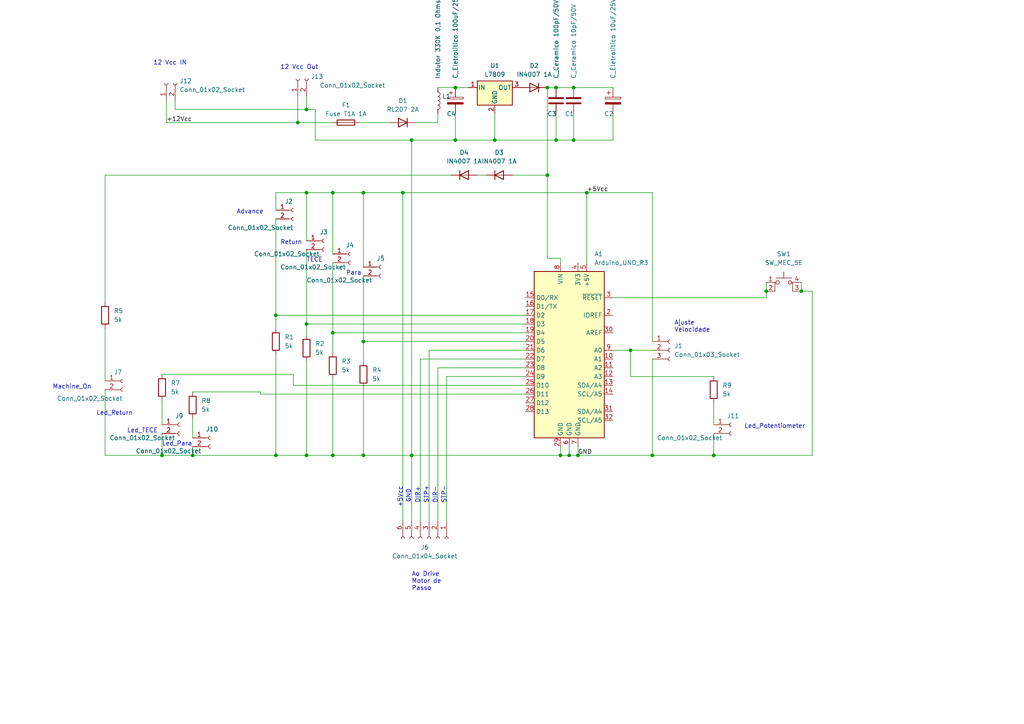
<source format=kicad_sch>
(kicad_sch (version 20230121) (generator eeschema)
  (paper "A4")
  (lib_symbols
    (symbol "Connector:Conn_01x02_Socket" (pin_names (offset 1.016) hide)
      (property "Reference" "J" (at 0 2.54 0))
      (property "Value" "Conn_01x02_Socket" (at 0 -5.08 0))
      (symbol "Conn_01x02_Socket_1_1"
        (arc (start 0 -2.032) (mid -0.5058 -2.54) (end 0 -3.048) (stroke (width 0.1524)))
        (polyline (pts (xy -1.27 -2.54) (xy -0.508 -2.54)) (stroke (width 0.1524)))
        (polyline (pts (xy -1.27 0) (xy -0.508 0)) (stroke (width 0.1524)))
        (arc (start 0 0.508) (mid -0.5058 0) (end 0 -0.508) (stroke (width 0.1524)))
        (pin passive line (at -5.08 0 0) (length 3.81) (name "Pin_1") (number "1"))
        (pin passive line (at -5.08 -2.54 0) (length 3.81) (name "Pin_2") (number "2"))
      )
    )
    (symbol "Connector:Conn_01x03_Socket" (pin_names (offset 1.016) hide)
      (property "Reference" "J" (at 0 5.08 0))
      (property "Value" "Conn_01x03_Socket" (at 0 -5.08 0))
      (symbol "Conn_01x03_Socket_1_1"
        (arc (start 0 -2.032) (mid -0.5058 -2.54) (end 0 -3.048) (stroke (width 0.1524)))
        (polyline (pts (xy -1.27 -2.54) (xy -0.508 -2.54)) (stroke (width 0.1524)))
        (polyline (pts (xy -1.27 0) (xy -0.508 0)) (stroke (width 0.1524)))
        (polyline (pts (xy -1.27 2.54) (xy -0.508 2.54)) (stroke (width 0.1524)))
        (arc (start 0 0.508) (mid -0.5058 0) (end 0 -0.508) (stroke (width 0.1524)))
        (arc (start 0 3.048) (mid -0.5058 2.54) (end 0 2.032) (stroke (width 0.1524)))
        (pin passive line (at -5.08 2.54 0) (length 3.81) (name "Pin_1") (number "1"))
        (pin passive line (at -5.08 0 0) (length 3.81) (name "Pin_2") (number "2"))
        (pin passive line (at -5.08 -2.54 0) (length 3.81) (name "Pin_3") (number "3"))
      )
    )
    (symbol "Connector:Conn_01x06_Socket" (pin_names (offset 1.016) hide)
      (property "Reference" "J" (at 0 7.62 0))
      (property "Value" "Conn_01x06_Socket" (at 0 -10.16 0))
      (symbol "Conn_01x06_Socket_1_1"
        (arc (start 0 -7.112) (mid -0.5058 -7.62) (end 0 -8.128) (stroke (width 0.1524)))
        (arc (start 0 -4.572) (mid -0.5058 -5.08) (end 0 -5.588) (stroke (width 0.1524)))
        (arc (start 0 -2.032) (mid -0.5058 -2.54) (end 0 -3.048) (stroke (width 0.1524)))
        (polyline (pts (xy -1.27 -7.62) (xy -0.508 -7.62)) (stroke (width 0.1524)))
        (polyline (pts (xy -1.27 -5.08) (xy -0.508 -5.08)) (stroke (width 0.1524)))
        (polyline (pts (xy -1.27 -2.54) (xy -0.508 -2.54)) (stroke (width 0.1524)))
        (polyline (pts (xy -1.27 0) (xy -0.508 0)) (stroke (width 0.1524)))
        (polyline (pts (xy -1.27 2.54) (xy -0.508 2.54)) (stroke (width 0.1524)))
        (polyline (pts (xy -1.27 5.08) (xy -0.508 5.08)) (stroke (width 0.1524)))
        (arc (start 0 0.508) (mid -0.5058 0) (end 0 -0.508) (stroke (width 0.1524)))
        (arc (start 0 3.048) (mid -0.5058 2.54) (end 0 2.032) (stroke (width 0.1524)))
        (arc (start 0 5.588) (mid -0.5058 5.08) (end 0 4.572) (stroke (width 0.1524)))
        (pin passive line (at -5.08 5.08 0) (length 3.81) (name "Pin_1") (number "1"))
        (pin passive line (at -5.08 2.54 0) (length 3.81) (name "Pin_2") (number "2"))
        (pin passive line (at -5.08 0 0) (length 3.81) (name "Pin_3") (number "3"))
        (pin passive line (at -5.08 -2.54 0) (length 3.81) (name "Pin_4") (number "4"))
        (pin passive line (at -5.08 -5.08 0) (length 3.81) (name "Pin_5") (number "5"))
        (pin passive line (at -5.08 -7.62 0) (length 3.81) (name "Pin_6") (number "6"))
      )
    )
    (symbol "Device:C" (pin_numbers hide) (pin_names (offset 0.254))
      (property "Reference" "C" (at 0.635 2.54 0))
      (property "Value" "C" (at 0.635 -2.54 0))
      (symbol "C_0_1"
        (polyline (pts (xy -2.032 -0.762) (xy 2.032 -0.762)) (stroke (width 0.508)))
        (polyline (pts (xy -2.032 0.762) (xy 2.032 0.762)) (stroke (width 0.508)))
      )
      (symbol "C_1_1"
        (pin passive line (at 0 3.81 270) (length 2.794) (name "~") (number "1"))
        (pin passive line (at 0 -3.81 90) (length 2.794) (name "~") (number "2"))
      )
    )
    (symbol "Device:C_Polarized" (pin_numbers hide) (pin_names (offset 0.254))
      (property "Reference" "C" (at 0.635 2.54 0))
      (property "Value" "C_Polarized" (at 0.635 -2.54 0))
      (symbol "C_Polarized_0_1"
        (rectangle (start -2.286 0.508) (end 2.286 1.016))
        (polyline (pts (xy -1.778 2.286) (xy -0.762 2.286)))
        (polyline (pts (xy -1.27 2.794) (xy -1.27 1.778)))
        (rectangle (start 2.286 -0.508) (end -2.286 -1.016) (fill (type outline)))
      )
      (symbol "C_Polarized_1_1"
        (pin passive line (at 0 3.81 270) (length 2.794) (name "~") (number "1"))
        (pin passive line (at 0 -3.81 90) (length 2.794) (name "~") (number "2"))
      )
    )
    (symbol "Device:D" (pin_numbers hide) (pin_names (offset 1.016) hide)
      (property "Reference" "D" (at 0 2.54 0))
      (property "Value" "D" (at 0 -2.54 0))
      (symbol "D_0_1"
        (polyline (pts (xy -1.27 1.27) (xy -1.27 -1.27)) (stroke (width 0.254)))
        (polyline (pts (xy 1.27 0) (xy -1.27 0)))
        (polyline (pts (xy 1.27 1.27) (xy 1.27 -1.27) (xy -1.27 0) (xy 1.27 1.27)) (stroke (width 0.254)))
      )
      (symbol "D_1_1"
        (pin passive line (at -3.81 0 0) (length 2.54) (name "K") (number "1"))
        (pin passive line (at 3.81 0 180) (length 2.54) (name "A") (number "2"))
      )
    )
    (symbol "Device:Fuse" (pin_numbers hide) (pin_names (offset 0))
      (property "Reference" "F" (at 2.032 0 90))
      (property "Value" "Fuse" (at -1.905 0 90))
      (symbol "Fuse_0_1"
        (rectangle (start -0.762 -2.54) (end 0.762 2.54) (stroke (width 0.254)))
        (polyline (pts (xy 0 2.54) (xy 0 -2.54)))
      )
      (symbol "Fuse_1_1"
        (pin passive line (at 0 3.81 270) (length 1.27) (name "~") (number "1"))
        (pin passive line (at 0 -3.81 90) (length 1.27) (name "~") (number "2"))
      )
    )
    (symbol "Device:L" (pin_numbers hide) (pin_names (offset 1.016) hide)
      (property "Reference" "L" (at -1.27 0 90))
      (property "Value" "L" (at 1.905 0 90))
      (symbol "L_0_1"
        (arc (start 0 -2.54) (mid 0.6323 -1.905) (end 0 -1.27))
        (arc (start 0 -1.27) (mid 0.6323 -0.635) (end 0 0))
        (arc (start 0 0) (mid 0.6323 0.635) (end 0 1.27))
        (arc (start 0 1.27) (mid 0.6323 1.905) (end 0 2.54))
      )
      (symbol "L_1_1"
        (pin passive line (at 0 3.81 270) (length 1.27) (name "1") (number "1"))
        (pin passive line (at 0 -3.81 90) (length 1.27) (name "2") (number "2"))
      )
    )
    (symbol "Device:R" (pin_numbers hide) (pin_names (offset 0))
      (property "Reference" "R" (at 2.032 0 90))
      (property "Value" "R" (at 0 0 90))
      (symbol "R_0_1"
        (rectangle (start -1.016 -2.54) (end 1.016 2.54) (stroke (width 0.254)))
      )
      (symbol "R_1_1"
        (pin passive line (at 0 3.81 270) (length 1.27) (name "~") (number "1"))
        (pin passive line (at 0 -3.81 90) (length 1.27) (name "~") (number "2"))
      )
    )
    (symbol "MCU_Module:Arduino_UNO_R3"
      (property "Reference" "A" (at -10.16 23.495 0))
      (property "Value" "Arduino_UNO_R3" (at 5.08 -26.67 0))
      (symbol "Arduino_UNO_R3_0_1"
        (rectangle (start -10.16 22.86) (end 10.16 -25.4) (stroke (width 0.254)) (fill (type background)))
      )
      (symbol "Arduino_UNO_R3_1_1"
        (pin no_connect line (at -10.16 -20.32 0) (length 2.54) hide (name "NC") (number "1"))
        (pin bidirectional line (at 12.7 -2.54 180) (length 2.54) (name "A1") (number "10"))
        (pin bidirectional line (at 12.7 -5.08 180) (length 2.54) (name "A2") (number "11"))
        (pin bidirectional line (at 12.7 -7.62 180) (length 2.54) (name "A3") (number "12"))
        (pin bidirectional line (at 12.7 -10.16 180) (length 2.54) (name "SDA/A4") (number "13"))
        (pin bidirectional line (at 12.7 -12.7 180) (length 2.54) (name "SCL/A5") (number "14"))
        (pin bidirectional line (at -12.7 15.24 0) (length 2.54) (name "D0/RX") (number "15"))
        (pin bidirectional line (at -12.7 12.7 0) (length 2.54) (name "D1/TX") (number "16"))
        (pin bidirectional line (at -12.7 10.16 0) (length 2.54) (name "D2") (number "17"))
        (pin bidirectional line (at -12.7 7.62 0) (length 2.54) (name "D3") (number "18"))
        (pin bidirectional line (at -12.7 5.08 0) (length 2.54) (name "D4") (number "19"))
        (pin output line (at 12.7 10.16 180) (length 2.54) (name "IOREF") (number "2"))
        (pin bidirectional line (at -12.7 2.54 0) (length 2.54) (name "D5") (number "20"))
        (pin bidirectional line (at -12.7 0 0) (length 2.54) (name "D6") (number "21"))
        (pin bidirectional line (at -12.7 -2.54 0) (length 2.54) (name "D7") (number "22"))
        (pin bidirectional line (at -12.7 -5.08 0) (length 2.54) (name "D8") (number "23"))
        (pin bidirectional line (at -12.7 -7.62 0) (length 2.54) (name "D9") (number "24"))
        (pin bidirectional line (at -12.7 -10.16 0) (length 2.54) (name "D10") (number "25"))
        (pin bidirectional line (at -12.7 -12.7 0) (length 2.54) (name "D11") (number "26"))
        (pin bidirectional line (at -12.7 -15.24 0) (length 2.54) (name "D12") (number "27"))
        (pin bidirectional line (at -12.7 -17.78 0) (length 2.54) (name "D13") (number "28"))
        (pin power_in line (at -2.54 -27.94 90) (length 2.54) (name "GND") (number "29"))
        (pin input line (at 12.7 15.24 180) (length 2.54) (name "~{RESET}") (number "3"))
        (pin input line (at 12.7 5.08 180) (length 2.54) (name "AREF") (number "30"))
        (pin bidirectional line (at 12.7 -17.78 180) (length 2.54) (name "SDA/A4") (number "31"))
        (pin bidirectional line (at 12.7 -20.32 180) (length 2.54) (name "SCL/A5") (number "32"))
        (pin power_out line (at 2.54 25.4 270) (length 2.54) (name "3V3") (number "4"))
        (pin power_out line (at 5.08 25.4 270) (length 2.54) (name "+5V") (number "5"))
        (pin power_in line (at 0 -27.94 90) (length 2.54) (name "GND") (number "6"))
        (pin power_in line (at 2.54 -27.94 90) (length 2.54) (name "GND") (number "7"))
        (pin power_in line (at -2.54 25.4 270) (length 2.54) (name "VIN") (number "8"))
        (pin bidirectional line (at 12.7 0 180) (length 2.54) (name "A0") (number "9"))
      )
    )
    (symbol "Regulator_Linear:L7809" (pin_names (offset 0.254))
      (property "Reference" "U" (at -3.81 3.175 0))
      (property "Value" "L7809" (at 0 3.175 0))
      (symbol "L7809_0_1"
        (rectangle (start -5.08 1.905) (end 5.08 -5.08) (stroke (width 0.254)) (fill (type background)))
      )
      (symbol "L7809_1_1"
        (pin power_in line (at -7.62 0 0) (length 2.54) (name "IN") (number "1"))
        (pin power_in line (at 0 -7.62 90) (length 2.54) (name "GND") (number "2"))
        (pin power_out line (at 7.62 0 180) (length 2.54) (name "OUT") (number "3"))
      )
    )
    (symbol "Switch:SW_MEC_5E" (pin_names (offset 1.016) hide)
      (property "Reference" "SW" (at 0.635 5.715 0))
      (property "Value" "SW_MEC_5E" (at 0 -3.175 0))
      (symbol "SW_MEC_5E_0_1"
        (circle (center -1.778 2.54) (radius 0.508))
        (polyline (pts (xy -2.286 3.81) (xy 2.286 3.81)))
        (polyline (pts (xy 0 3.81) (xy 0 5.588)))
        (polyline (pts (xy -2.54 0) (xy -2.54 2.54) (xy -2.286 2.54)))
        (polyline (pts (xy 2.54 0) (xy 2.54 2.54) (xy 2.286 2.54)))
        (circle (center 1.778 2.54) (radius 0.508))
        (pin passive line (at -5.08 2.54 0) (length 2.54) (name "1") (number "1"))
        (pin passive line (at -5.08 0 0) (length 2.54) (name "2") (number "2"))
        (pin passive line (at 5.08 0 180) (length 2.54) (name "K") (number "3"))
        (pin passive line (at 5.08 2.54 180) (length 2.54) (name "A") (number "4"))
      )
    )
  )
  (junction (at 232.41 84.455))
  (junction (at 86.36 35.56))
  (junction (at 88.9 93.98))
  (junction (at 167.64 132.08))
  (junction (at 55.88 132.08))
  (junction (at 80.01 91.44))
  (junction (at 119.38 40.64))
  (junction (at 132.08 40.64))
  (junction (at 166.37 40.64))
  (junction (at 119.38 132.08))
  (junction (at 207.01 132.08))
  (junction (at 222.25 84.455))
  (junction (at 88.9 55.88))
  (junction (at 162.56 132.08))
  (junction (at 182.88 101.6))
  (junction (at 46.99 132.08))
  (junction (at 105.41 99.06))
  (junction (at 105.41 55.88))
  (junction (at 158.75 25.4))
  (junction (at 116.84 55.88))
  (junction (at 88.9 132.08))
  (junction (at 96.52 96.52))
  (junction (at 105.41 132.08))
  (junction (at 88.9 31.75))
  (junction (at 80.01 132.08))
  (junction (at 96.52 132.08))
  (junction (at 132.08 25.4))
  (junction (at 143.51 40.64))
  (junction (at 161.29 25.4))
  (junction (at 166.37 25.4))
  (junction (at 170.18 55.88))
  (junction (at 158.75 50.8))
  (junction (at 165.1 132.08))
  (junction (at 96.52 55.88))
  (junction (at 189.23 132.08))
  (junction (at 161.29 40.64))
  (wire (pts (xy 50.8 31.75) (xy 88.9 31.75)))
  (wire (pts (xy 88.9 132.08) (xy 80.01 132.08)))
  (wire (pts (xy 166.37 25.4) (xy 177.8 25.4)))
  (wire (pts (xy 105.41 55.88) (xy 105.41 77.47)))
  (wire (pts (xy 207.01 116.84) (xy 207.01 123.19)))
  (wire (pts (xy 189.23 55.88) (xy 170.18 55.88)))
  (wire (pts (xy 55.88 129.54) (xy 55.88 132.08)))
  (wire (pts (xy 158.75 25.4) (xy 161.29 25.4)))
  (wire (pts (xy 129.54 151.13) (xy 129.54 109.22)))
  (wire (pts (xy 88.9 104.775) (xy 88.9 132.08)))
  (wire (pts (xy 182.88 109.22) (xy 182.88 101.6)))
  (wire (pts (xy 80.01 55.88) (xy 80.01 60.96)))
  (wire (pts (xy 116.84 55.88) (xy 116.84 151.13)))
  (wire (pts (xy 105.41 55.88) (xy 116.84 55.88)))
  (wire (pts (xy 91.44 31.75) (xy 88.9 31.75)))
  (wire (pts (xy 189.23 55.88) (xy 189.23 99.06)))
  (wire (pts (xy 96.52 109.855) (xy 96.52 132.08)))
  (wire (pts (xy 96.52 102.235) (xy 96.52 96.52)))
  (wire (pts (xy 91.44 31.75) (xy 91.44 40.64)))
  (wire (pts (xy 232.41 81.915) (xy 232.41 84.455)))
  (wire (pts (xy 127 25.4) (xy 132.08 25.4)))
  (wire (pts (xy 162.56 74.93) (xy 162.56 76.2)))
  (wire (pts (xy 161.29 40.64) (xy 166.37 40.64)))
  (wire (pts (xy 189.23 104.14) (xy 189.23 132.08)))
  (wire (pts (xy 80.01 95.25) (xy 80.01 91.44)))
  (wire (pts (xy 143.51 40.64) (xy 161.29 40.64)))
  (wire (pts (xy 105.41 104.775) (xy 105.41 99.06)))
  (wire (pts (xy 46.99 125.73) (xy 46.99 132.08)))
  (wire (pts (xy 96.52 132.08) (xy 88.9 132.08)))
  (wire (pts (xy 86.36 35.56) (xy 96.52 35.56)))
  (wire (pts (xy 105.41 112.395) (xy 105.41 132.08)))
  (wire (pts (xy 50.8 29.21) (xy 50.8 31.75)))
  (wire (pts (xy 30.48 95.25) (xy 30.48 110.49)))
  (wire (pts (xy 105.41 80.01) (xy 105.41 99.06)))
  (wire (pts (xy 119.38 132.08) (xy 162.56 132.08)))
  (wire (pts (xy 132.08 25.4) (xy 135.89 25.4)))
  (wire (pts (xy 105.41 99.06) (xy 152.4 99.06)))
  (wire (pts (xy 80.01 63.5) (xy 80.01 91.44)))
  (wire (pts (xy 143.51 40.64) (xy 143.51 33.02)))
  (wire (pts (xy 177.8 101.6) (xy 182.88 101.6)))
  (wire (pts (xy 119.38 40.64) (xy 132.08 40.64)))
  (wire (pts (xy 96.52 76.2) (xy 96.52 96.52)))
  (wire (pts (xy 119.38 40.64) (xy 119.38 132.08)))
  (wire (pts (xy 96.52 55.88) (xy 105.41 55.88)))
  (wire (pts (xy 30.48 132.08) (xy 46.99 132.08)))
  (wire (pts (xy 105.41 132.08) (xy 119.38 132.08)))
  (wire (pts (xy 91.44 40.64) (xy 119.38 40.64)))
  (wire (pts (xy 162.56 129.54) (xy 162.56 132.08)))
  (wire (pts (xy 138.43 50.8) (xy 140.97 50.8)))
  (wire (pts (xy 96.52 96.52) (xy 152.4 96.52)))
  (wire (pts (xy 152.4 104.14) (xy 121.92 104.14)))
  (wire (pts (xy 75.565 114.3) (xy 152.4 114.3)))
  (wire (pts (xy 127 151.13) (xy 127 106.68)))
  (wire (pts (xy 80.01 132.08) (xy 80.01 102.87)))
  (wire (pts (xy 116.84 55.88) (xy 170.18 55.88)))
  (wire (pts (xy 88.9 93.98) (xy 152.4 93.98)))
  (wire (pts (xy 85.09 108.585) (xy 85.09 111.76)))
  (wire (pts (xy 158.75 74.93) (xy 158.75 50.8)))
  (wire (pts (xy 170.18 76.2) (xy 170.18 55.88)))
  (wire (pts (xy 232.41 84.455) (xy 235.585 84.455)))
  (wire (pts (xy 30.48 132.08) (xy 30.48 113.03)))
  (wire (pts (xy 30.48 50.8) (xy 30.48 87.63)))
  (wire (pts (xy 80.01 91.44) (xy 152.4 91.44)))
  (wire (pts (xy 55.88 121.285) (xy 55.88 127)))
  (wire (pts (xy 235.585 132.08) (xy 235.585 84.455)))
  (wire (pts (xy 55.88 113.665) (xy 75.565 113.665)))
  (wire (pts (xy 167.64 129.54) (xy 167.64 132.08)))
  (wire (pts (xy 182.88 101.6) (xy 189.23 101.6)))
  (wire (pts (xy 88.9 31.75) (xy 88.9 27.94)))
  (wire (pts (xy 162.56 74.93) (xy 158.75 74.93)))
  (wire (pts (xy 80.01 132.08) (xy 55.88 132.08)))
  (wire (pts (xy 46.99 108.585) (xy 85.09 108.585)))
  (wire (pts (xy 88.9 55.88) (xy 96.52 55.88)))
  (wire (pts (xy 152.4 101.6) (xy 124.46 101.6)))
  (wire (pts (xy 132.08 40.64) (xy 143.51 40.64)))
  (wire (pts (xy 177.8 86.36) (xy 222.25 86.36)))
  (wire (pts (xy 165.1 129.54) (xy 165.1 132.08)))
  (wire (pts (xy 130.81 50.8) (xy 30.48 50.8)))
  (wire (pts (xy 162.56 132.08) (xy 165.1 132.08)))
  (wire (pts (xy 55.88 132.08) (xy 46.99 132.08)))
  (wire (pts (xy 148.59 50.8) (xy 158.75 50.8)))
  (wire (pts (xy 88.9 97.155) (xy 88.9 93.98)))
  (wire (pts (xy 48.26 35.56) (xy 86.36 35.56)))
  (wire (pts (xy 165.1 132.08) (xy 167.64 132.08)))
  (wire (pts (xy 207.01 109.22) (xy 182.88 109.22)))
  (wire (pts (xy 105.41 132.08) (xy 96.52 132.08)))
  (wire (pts (xy 189.23 132.08) (xy 207.01 132.08)))
  (wire (pts (xy 48.26 29.21) (xy 48.26 35.56)))
  (wire (pts (xy 124.46 101.6) (xy 124.46 151.13)))
  (wire (pts (xy 166.37 40.64) (xy 177.8 40.64)))
  (wire (pts (xy 207.01 125.73) (xy 207.01 132.08)))
  (wire (pts (xy 104.14 35.56) (xy 113.03 35.56)))
  (wire (pts (xy 121.92 104.14) (xy 121.92 151.13)))
  (wire (pts (xy 96.52 55.88) (xy 96.52 73.66)))
  (wire (pts (xy 129.54 109.22) (xy 152.4 109.22)))
  (wire (pts (xy 88.9 72.39) (xy 88.9 93.98)))
  (wire (pts (xy 132.08 33.02) (xy 132.08 40.64)))
  (wire (pts (xy 222.25 81.915) (xy 222.25 84.455)))
  (wire (pts (xy 80.01 55.88) (xy 88.9 55.88)))
  (wire (pts (xy 222.25 84.455) (xy 222.25 86.36)))
  (wire (pts (xy 88.9 55.88) (xy 88.9 69.85)))
  (wire (pts (xy 177.8 40.64) (xy 177.8 33.02)))
  (wire (pts (xy 158.75 50.8) (xy 158.75 25.4)))
  (wire (pts (xy 120.65 35.56) (xy 127 35.56)))
  (wire (pts (xy 75.565 113.665) (xy 75.565 114.3)))
  (wire (pts (xy 161.29 25.4) (xy 166.37 25.4)))
  (wire (pts (xy 127 35.56) (xy 127 33.02)))
  (wire (pts (xy 167.64 132.08) (xy 189.23 132.08)))
  (wire (pts (xy 119.38 132.08) (xy 119.38 151.13)))
  (wire (pts (xy 166.37 33.02) (xy 166.37 40.64)))
  (wire (pts (xy 207.01 132.08) (xy 235.585 132.08)))
  (wire (pts (xy 46.99 116.205) (xy 46.99 123.19)))
  (wire (pts (xy 161.29 33.02) (xy 161.29 40.64)))
  (wire (pts (xy 127 106.68) (xy 152.4 106.68)))
  (wire (pts (xy 85.09 111.76) (xy 152.4 111.76)))
  (wire (pts (xy 86.36 35.56) (xy 86.36 27.94)))
  (text "Para" (at 100.33 80.01 0) (effects (font (size 1.27 1.27)) (justify left bottom)))
  (text "Led_Para" (at 46.99 129.54 0) (effects (font (size 1.27 1.27)) (justify left bottom)))
  (text "12 Vcc IN" (at 44.45 19.05 0) (effects (font (size 1.27 1.27)) (justify left bottom)))
  (text "TECE" (at 88.9 76.2 0) (effects (font (size 1.27 1.27)) (justify left bottom)))
  (text "Led_TECE" (at 36.83 125.73 0) (effects (font (size 1.27 1.27)) (justify left bottom)))
  (text "GND" (at 119.2534 145.8952 90) (effects (font (size 1.27 1.27)) (justify left bottom)))
  (text "Ajuste\nVelocidade" (at 195.58 96.52 0) (effects (font (size 1.27 1.27)) (justify left bottom)))
  (text "Led_Return" (at 27.94 120.65 0) (effects (font (size 1.27 1.27)) (justify left bottom)))
  (text "+5Vcc" (at 116.84 147.32 90) (effects (font (size 1.27 1.27)) (justify left bottom)))
  (text "Machine_On" (at 15.24 113.03 0) (effects (font (size 1.27 1.27)) (justify left bottom)))
  (text "Ao Drive\nMotor de \nPasso" (at 119.38 171.45 0) (effects (font (size 1.27 1.27)) (justify left bottom)))
  (text "Advance" (at 68.58 62.23 0) (effects (font (size 1.27 1.27)) (justify left bottom)))
  (text "12 Vcc Out" (at 81.28 20.32 0) (effects (font (size 1.27 1.27)) (justify left bottom)))
  (text "STP+" (at 124.46 146.05 90) (effects (font (size 1.27 1.27)) (justify left bottom)))
  (text "DIR-" (at 127 146.05 90) (effects (font (size 1.27 1.27)) (justify left bottom)))
  (text "Return" (at 81.28 71.12 0) (effects (font (size 1.27 1.27)) (justify left bottom)))
  (text "Led_Potentiometer" (at 215.9 124.46 0) (effects (font (size 1.27 1.27)) (justify left bottom)))
  (text "DIR+" (at 121.92 146.05 90) (effects (font (size 1.27 1.27)) (justify left bottom)))
  (text "STP-" (at 129.54 146.05 90) (effects (font (size 1.27 1.27)) (justify left bottom)))
  (label "+5Vcc" (at 170.18 55.88 0))
  (label "GND" (at 167.64 132.08 0))
  (label "+12Vcc" (at 48.26 35.56 0))
  (symbol (lib_id "Device:Fuse") (at 100.33 35.56 270) (unit 1)
    (property "Reference" "F1" (at 100.33 30.48 90))
    (property "Value" "Fuse T1A 1A" (at 100.33 33.02 90))
    (property "Footprint" "Fuse:Fuse_Littelfuse_372_D8.50mm" (effects hide))
  )
  (symbol (lib_id "Connector:Conn_01x02_Socket") (at 86.36 22.86 90) (unit 1)
    (property "Reference" "J13" (at 90.17 22.225 90) (effects (justify right)))
    (property "Value" "Conn_01x02_Socket" (at 92.71 24.765 90) (effects (justify right)))
    (property "Footprint" "Connector_Molex:Molex_KK-396_A-41791-0002_1x02_P3.96mm_Vertical" (effects hide))
  )
  (symbol (lib_id "Device:R") (at 80.01 99.06 0) (unit 1)
    (property "Reference" "R1" (at 82.55 97.79 0) (effects (justify left)))
    (property "Value" "5k" (at 82.55 100.33 0) (effects (justify left)))
    (property "Footprint" "Resistor_THT:R_Axial_DIN0204_L3.6mm_D1.6mm_P1.90mm_Vertical" (effects hide))
  )
  (symbol (lib_id "Device:R") (at 88.9 100.965 0) (unit 1)
    (property "Reference" "R2" (at 91.44 99.695 0) (effects (justify left)))
    (property "Value" "5k" (at 91.44 102.235 0) (effects (justify left)))
    (property "Footprint" "Resistor_THT:R_Axial_DIN0204_L3.6mm_D1.6mm_P1.90mm_Vertical" (effects hide))
  )
  (symbol (lib_id "Connector:Conn_01x06_Socket") (at 124.46 156.21 270) (unit 1)
    (property "Reference" "J6" (at 123.19 158.75 90))
    (property "Value" "Conn_01x04_Socket" (at 123.19 161.29 90))
    (property "Footprint" "Connector_Molex:Molex_KK-254_AE-6410-06A_1x06_P2.54mm_Vertical" (effects hide))
  )
  (symbol (lib_id "Device:D") (at 134.62 50.8 0) (unit 1)
    (property "Reference" "D4" (at 134.62 44.228 0))
    (property "Value" "IN4007 1A" (at 134.62 46.768 0))
    (property "Footprint" "Diode_THT:D_DO-15_P3.81mm_Vertical_AnodeUp" (effects hide))
    (property "Sim.Device" "D" (effects hide))
    (property "Sim.Pins" "1=K 2=A" (effects hide))
  )
  (symbol (lib_id "Device:C_Polarized") (at 177.8 29.21 0) (unit 1)
    (property "Reference" "C2" (at 175.26 33.02 0) (effects (justify left)))
    (property "Value" "C_Eletrolitico 10uF/25V" (at 177.8 22.86 90) (effects (justify left)))
    (property "Footprint" "Capacitor_THT:CP_Radial_D5.0mm_P2.50mm" (effects hide))
  )
  (symbol (lib_id "Device:C") (at 166.37 29.21 0) (unit 1)
    (property "Reference" "C1" (at 163.83 33.02 0) (effects (justify left)))
    (property "Value" "C_Ceramico 10pF/50V" (at 166.37 22.86 90) (effects (justify left)))
    (property "Footprint" "Capacitor_THT:C_Disc_D3.0mm_W1.6mm_P2.50mm" (effects hide))
  )
  (symbol (lib_id "MCU_Module:Arduino_UNO_R3") (at 165.1 101.6 0) (unit 1)
    (property "Reference" "A1" (at 172.3741 73.66 0) (effects (justify left)))
    (property "Value" "Arduino_UNO_R3" (at 172.3741 76.2 0) (effects (justify left)))
    (property "Footprint" "Module:Arduino_UNO_R3" (effects hide))
    (property "Datasheet" "https://www.arduino.cc/en/Main/arduinoBoardUno" (effects hide))
  )
  (symbol (lib_id "Connector:Conn_01x02_Socket") (at 110.49 77.47 0) (unit 1)
    (property "Reference" "J5" (at 109.22 74.93 0) (effects (justify left)))
    (property "Value" "Conn_01x02_Socket" (at 88.9 81.28 0) (effects (justify left)))
    (property "Footprint" "Connector_Molex:Molex_KK-254_AE-6410-02A_1x02_P2.54mm_Vertical" (effects hide))
  )
  (symbol (lib_id "Device:R") (at 96.52 106.045 0) (unit 1)
    (property "Reference" "R3" (at 99.06 104.775 0) (effects (justify left)))
    (property "Value" "5k" (at 99.06 107.315 0) (effects (justify left)))
    (property "Footprint" "Resistor_THT:R_Axial_DIN0204_L3.6mm_D1.6mm_P1.90mm_Vertical" (effects hide))
  )
  (symbol (lib_id "Device:L") (at 127 29.21 0) (unit 1)
    (property "Reference" "L1" (at 128.27 27.94 0) (effects (justify left)))
    (property "Value" "Indutor 330K 0,1 Ohms" (at 127 22.86 90) (effects (justify left)))
    (property "Footprint" "Inductor_THT:L_Radial_D7.8mm_P5.00mm_Fastron_07HCP" (effects hide))
  )
  (symbol (lib_id "Connector:Conn_01x02_Socket") (at 101.6 73.66 0) (unit 1)
    (property "Reference" "J4" (at 100.33 71.12 0) (effects (justify left)))
    (property "Value" "Conn_01x02_Socket" (at 81.28 77.47 0) (effects (justify left)))
    (property "Footprint" "Connector_Molex:Molex_KK-254_AE-6410-02A_1x02_P2.54mm_Vertical" (effects hide))
  )
  (symbol (lib_id "Connector:Conn_01x02_Socket") (at 52.07 123.19 0) (unit 1)
    (property "Reference" "J9" (at 50.8 120.65 0) (effects (justify left)))
    (property "Value" "Conn_01x02_Socket" (at 31.75 127 0) (effects (justify left)))
    (property "Footprint" "Connector_Molex:Molex_KK-254_AE-6410-02A_1x02_P2.54mm_Vertical" (effects hide))
  )
  (symbol (lib_id "Device:R") (at 105.41 108.585 0) (unit 1)
    (property "Reference" "R4" (at 107.95 107.315 0) (effects (justify left)))
    (property "Value" "5k" (at 107.95 109.855 0) (effects (justify left)))
    (property "Footprint" "Resistor_THT:R_Axial_DIN0204_L3.6mm_D1.6mm_P1.90mm_Vertical" (effects hide))
  )
  (symbol (lib_id "Device:D") (at 154.94 25.4 180) (unit 1)
    (property "Reference" "D2" (at 154.94 19.05 0))
    (property "Value" "IN4007 1A" (at 154.94 21.59 0))
    (property "Footprint" "Diode_THT:D_DO-15_P3.81mm_Vertical_AnodeUp" (effects hide))
    (property "Sim.Device" "D" (effects hide))
    (property "Sim.Pins" "1=K 2=A" (effects hide))
  )
  (symbol (lib_id "Connector:Conn_01x02_Socket") (at 212.09 123.19 0) (unit 1)
    (property "Reference" "J11" (at 210.82 120.65 0) (effects (justify left)))
    (property "Value" "Conn_01x02_Socket" (at 190.5 127 0) (effects (justify left)))
    (property "Footprint" "Connector_Molex:Molex_KK-254_AE-6410-02A_1x02_P2.54mm_Vertical" (effects hide))
  )
  (symbol (lib_id "Connector:Conn_01x02_Socket") (at 48.26 24.13 90) (unit 1)
    (property "Reference" "J12" (at 52.07 23.495 90) (effects (justify right)))
    (property "Value" "Conn_01x02_Socket" (at 52.07 26.035 90) (effects (justify right)))
    (property "Footprint" "Connector_Molex:Molex_KK-396_A-41791-0002_1x02_P3.96mm_Vertical" (effects hide))
  )
  (symbol (lib_id "Device:C") (at 161.29 29.21 0) (unit 1)
    (property "Reference" "C3" (at 158.75 33.02 0) (effects (justify left)))
    (property "Value" "C_Ceramico 100pF/50V" (at 161.29 22.86 90) (effects (justify left)))
    (property "Footprint" "Capacitor_THT:C_Disc_D3.0mm_W1.6mm_P2.50mm" (effects hide))
  )
  (symbol (lib_id "Device:R") (at 207.01 113.03 0) (unit 1)
    (property "Reference" "R9" (at 209.55 111.76 0) (effects (justify left)))
    (property "Value" "5k" (at 209.55 114.3 0) (effects (justify left)))
    (property "Footprint" "Resistor_THT:R_Axial_DIN0204_L3.6mm_D1.6mm_P1.90mm_Vertical" (effects hide))
  )
  (symbol (lib_id "Connector:Conn_01x02_Socket") (at 85.09 60.96 0) (unit 1)
    (property "Reference" "J2" (at 82.55 58.42 0) (effects (justify left)))
    (property "Value" "Conn_01x02_Socket" (at 66.04 66.04 0) (effects (justify left)))
    (property "Footprint" "Connector_Molex:Molex_KK-254_AE-6410-02A_1x02_P2.54mm_Vertical" (effects hide))
  )
  (symbol (lib_id "Device:R") (at 30.48 91.44 0) (unit 1)
    (property "Reference" "R5" (at 33.02 90.17 0) (effects (justify left)))
    (property "Value" "5k" (at 33.02 92.71 0) (effects (justify left)))
    (property "Footprint" "Resistor_THT:R_Axial_DIN0204_L3.6mm_D1.6mm_P1.90mm_Vertical" (effects hide))
  )
  (symbol (lib_id "Device:D") (at 144.78 50.8 0) (unit 1)
    (property "Reference" "D3" (at 144.78 44.228 0))
    (property "Value" "IN4007 1A" (at 144.78 46.768 0))
    (property "Footprint" "Diode_THT:D_DO-15_P3.81mm_Vertical_AnodeUp" (effects hide))
    (property "Sim.Device" "D" (effects hide))
    (property "Sim.Pins" "1=K 2=A" (effects hide))
  )
  (symbol (lib_id "Device:R") (at 55.88 117.475 0) (unit 1)
    (property "Reference" "R8" (at 58.42 116.205 0) (effects (justify left)))
    (property "Value" "5k" (at 58.42 118.745 0) (effects (justify left)))
    (property "Footprint" "Resistor_THT:R_Axial_DIN0204_L3.6mm_D1.6mm_P1.90mm_Vertical" (effects hide))
  )
  (symbol (lib_id "Switch:SW_MEC_5E") (at 227.33 84.455 0) (unit 1)
    (property "Reference" "SW1" (at 227.33 73.66 0))
    (property "Value" "SW_MEC_5E" (at 227.33 76.2 0))
    (property "Footprint" "Chave_Tactil:Tactil_6mm" (effects hide))
    (property "Datasheet" "http://www.apem.com/int/index.php?controller=attachment&id_attachment=1371" (effects hide))
  )
  (symbol (lib_id "Connector:Conn_01x02_Socket") (at 93.98 69.85 0) (unit 1)
    (property "Reference" "J3" (at 92.71 67.31 0) (effects (justify left)))
    (property "Value" "Conn_01x02_Socket" (at 73.66 73.66 0) (effects (justify left)))
    (property "Footprint" "Connector_Molex:Molex_KK-254_AE-6410-02A_1x02_P2.54mm_Vertical" (effects hide))
  )
  (symbol (lib_id "Device:C_Polarized") (at 132.08 29.21 0) (unit 1)
    (property "Reference" "C4" (at 129.54 33.02 0) (effects (justify left)))
    (property "Value" "C_Eletrolitico 100uF/25V" (at 132.08 22.86 90) (effects (justify left)))
    (property "Footprint" "Capacitor_THT:CP_Radial_D5.0mm_P2.50mm" (effects hide))
  )
  (symbol (lib_id "Connector:Conn_01x03_Socket") (at 194.31 101.6 0) (unit 1)
    (property "Reference" "J1" (at 195.58 100.33 0) (effects (justify left)))
    (property "Value" "Conn_01x03_Socket" (at 195.58 102.87 0) (effects (justify left)))
    (property "Footprint" "Connector_Molex:Molex_KK-254_AE-6410-03A_1x03_P2.54mm_Vertical" (effects hide))
  )
  (symbol (lib_id "Connector:Conn_01x02_Socket") (at 35.56 110.49 0) (unit 1)
    (property "Reference" "J7" (at 33.02 107.95 0) (effects (justify left)))
    (property "Value" "Conn_01x02_Socket" (at 16.51 115.57 0) (effects (justify left)))
    (property "Footprint" "Connector_Molex:Molex_KK-254_AE-6410-02A_1x02_P2.54mm_Vertical" (effects hide))
  )
  (symbol (lib_id "Regulator_Linear:L7809") (at 143.51 25.4 0) (unit 1)
    (property "Reference" "U1" (at 143.51 19.05 0))
    (property "Value" "L7809" (at 143.51 21.59 0))
    (property "Footprint" "Package_TO_SOT_THT:TO-126-3_Vertical" (effects hide))
    (property "Datasheet" "http://www.st.com/content/ccc/resource/technical/document/datasheet/41/4f/b3/b0/12/d4/47/88/CD00000444.pdf/files/CD00000444.pdf/jcr:content/translations/en.CD00000444.pdf" (effects hide))
  )
  (symbol (lib_id "Connector:Conn_01x02_Socket") (at 60.96 127 0) (unit 1)
    (property "Reference" "J10" (at 59.69 124.46 0) (effects (justify left)))
    (property "Value" "Conn_01x02_Socket" (at 39.37 130.81 0) (effects (justify left)))
    (property "Footprint" "Connector_Molex:Molex_KK-254_AE-6410-02A_1x02_P2.54mm_Vertical" (effects hide))
  )
  (symbol (lib_id "Device:R") (at 46.99 112.395 0) (unit 1)
    (property "Reference" "R7" (at 49.53 111.125 0) (effects (justify left)))
    (property "Value" "5k" (at 49.53 113.665 0) (effects (justify left)))
    (property "Footprint" "Resistor_THT:R_Axial_DIN0204_L3.6mm_D1.6mm_P1.90mm_Vertical" (effects hide))
  )
  (symbol (lib_id "Device:D") (at 116.84 35.56 180) (unit 1)
    (property "Reference" "D1" (at 116.84 29.21 0))
    (property "Value" "RL207 2A" (at 116.84 31.75 0))
    (property "Footprint" "Diode_THT:D_DO-27_P5.08mm_Vertical_AnodeUp" (effects hide))
    (property "Sim.Device" "D" (effects hide))
    (property "Sim.Pins" "1=K 2=A" (effects hide))
  )
)
</source>
